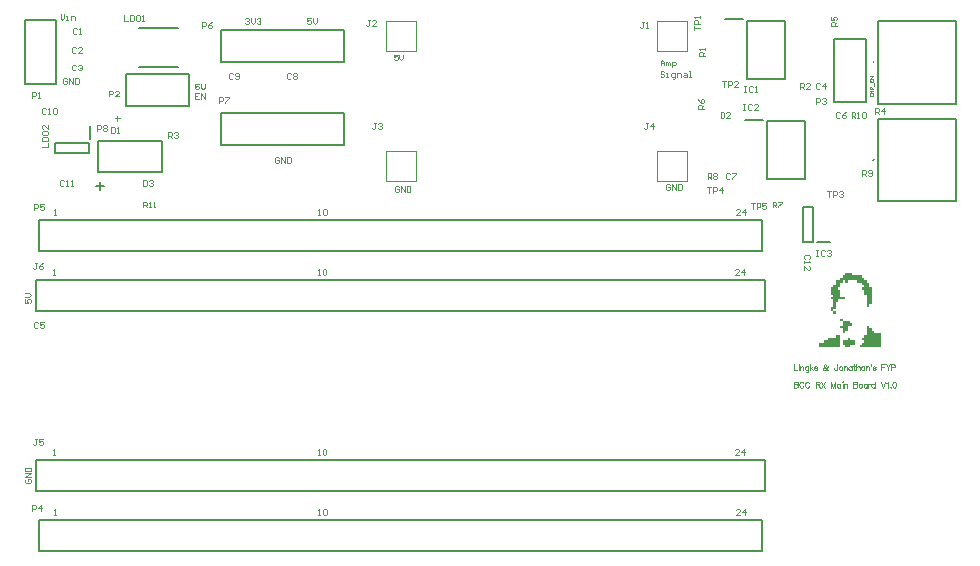
<source format=gto>
G04*
G04 #@! TF.GenerationSoftware,Altium Limited,Altium Designer,20.1.12 (249)*
G04*
G04 Layer_Color=65535*
%FSLAX44Y44*%
%MOMM*%
G71*
G04*
G04 #@! TF.SameCoordinates,5963EE20-531D-4955-9439-85CF453D8019*
G04*
G04*
G04 #@! TF.FilePolarity,Positive*
G04*
G01*
G75*
%ADD10C,0.2000*%
%ADD11C,0.1000*%
%ADD12C,0.1524*%
%ADD13C,0.1270*%
%ADD14C,0.0500*%
G36*
X703448Y236992D02*
X711576D01*
Y234960D01*
X713608D01*
Y232928D01*
X715640D01*
Y230896D01*
X717672D01*
Y228864D01*
Y226832D01*
X719704D01*
Y224800D01*
Y222768D01*
Y220736D01*
Y218704D01*
Y216672D01*
Y214640D01*
Y212608D01*
X717672D01*
Y210576D01*
X715640D01*
Y212608D01*
Y214640D01*
Y216672D01*
Y218704D01*
Y220736D01*
X713608D01*
Y222768D01*
Y224800D01*
X711576D01*
Y226832D01*
X713608D01*
Y228864D01*
X711576D01*
Y230896D01*
X707512D01*
Y232928D01*
X699384D01*
Y230896D01*
X697352D01*
Y232928D01*
X695320D01*
Y230896D01*
X693288D01*
Y228864D01*
Y226832D01*
X691256D01*
Y224800D01*
X693288D01*
Y222768D01*
Y220736D01*
Y218704D01*
X697352D01*
Y216672D01*
X691256D01*
Y214640D01*
X689224D01*
Y212608D01*
Y210576D01*
Y208544D01*
X687192D01*
Y206512D01*
X689224D01*
Y204480D01*
X687192D01*
Y206512D01*
X685160D01*
Y208544D01*
Y210576D01*
X687192D01*
Y212608D01*
Y214640D01*
Y216672D01*
X685160D01*
Y218704D01*
X687192D01*
Y220736D01*
X685160D01*
Y222768D01*
Y224800D01*
Y226832D01*
X687192D01*
Y228864D01*
X689224D01*
Y230896D01*
Y232928D01*
X693288D01*
Y234960D01*
X695320D01*
Y236992D01*
X697352D01*
Y239024D01*
X703448D01*
Y236992D01*
D02*
G37*
G36*
X695320Y198384D02*
X701416D01*
Y196352D01*
X703448D01*
Y194320D01*
X699384D01*
Y192288D01*
Y190256D01*
X697352D01*
Y188224D01*
X695320D01*
Y190256D01*
Y192288D01*
X693288D01*
Y194320D01*
X695320D01*
Y196352D01*
Y198384D01*
X693288D01*
Y200416D01*
X695320D01*
Y198384D01*
D02*
G37*
G36*
X717672Y192288D02*
X719704D01*
Y190256D01*
X721736D01*
Y188224D01*
X727832D01*
Y186192D01*
Y184160D01*
Y182128D01*
Y180096D01*
Y178064D01*
Y176032D01*
X709544D01*
Y178064D01*
X711576D01*
Y180096D01*
X713608D01*
Y182128D01*
X711576D01*
Y184160D01*
X713608D01*
Y186192D01*
X715640D01*
Y188224D01*
Y190256D01*
Y192288D01*
Y194320D01*
X717672D01*
Y192288D01*
D02*
G37*
G36*
X701416Y182128D02*
X705480D01*
Y180096D01*
Y178064D01*
X701416D01*
Y176032D01*
X697352D01*
Y178064D01*
X695320D01*
Y180096D01*
Y182128D01*
X699384D01*
Y184160D01*
X701416D01*
Y182128D01*
D02*
G37*
G36*
X693288Y184160D02*
Y182128D01*
Y180096D01*
Y178064D01*
Y176032D01*
X675000D01*
Y178064D01*
Y180096D01*
X679064D01*
Y182128D01*
X683128D01*
Y184160D01*
X689224D01*
Y186192D01*
X693288D01*
Y184160D01*
D02*
G37*
D10*
X721602Y417620D02*
G03*
X721602Y417620I-570J0D01*
G01*
Y335020D02*
G03*
X721602Y335020I-570J0D01*
G01*
X661750Y265500D02*
X670250D01*
X661750D02*
Y294500D01*
X670250D01*
Y265500D02*
Y294500D01*
X673750Y265000D02*
X684250D01*
X57500Y340750D02*
Y349250D01*
X28500Y340750D02*
X57500D01*
X28500D02*
Y349250D01*
X57500D01*
X58000Y352750D02*
Y363250D01*
X118842Y324250D02*
Y351150D01*
X65043D02*
X118842D01*
X65043Y324250D02*
Y351150D01*
Y324250D02*
X118842D01*
X12450Y54100D02*
Y81100D01*
Y54100D02*
X629550D01*
Y81100D01*
X12450D02*
X629550D01*
X627300Y3350D02*
Y30250D01*
X14700D02*
X627300D01*
X14700Y3350D02*
Y30250D01*
Y3350D02*
X627300D01*
Y257350D02*
Y284250D01*
X14700D02*
X627300D01*
X14700Y257350D02*
Y284250D01*
Y257350D02*
X627300D01*
X12450Y206500D02*
Y233500D01*
Y206500D02*
X629550D01*
Y233500D01*
X12450D02*
X629550D01*
X614035Y452510D02*
X646035D01*
Y403490D02*
Y452510D01*
X614035Y403490D02*
X646035D01*
X614035D02*
Y452510D01*
X595285Y453800D02*
X610535D01*
X725253Y382300D02*
Y452200D01*
Y382300D02*
X791253D01*
Y452200D01*
X725253D02*
X791253D01*
X725253Y369600D02*
X791253D01*
Y299700D02*
Y369600D01*
X725253Y299700D02*
X791253D01*
X725253D02*
Y369600D01*
X168700Y417550D02*
Y444450D01*
Y417550D02*
X273300D01*
Y444450D01*
X168700D02*
X273300D01*
X88100Y380782D02*
Y407682D01*
Y380782D02*
X141900D01*
Y407682D01*
X88100D02*
X141900D01*
X2550Y452900D02*
X29450D01*
X2550Y399100D02*
Y452900D01*
Y399100D02*
X29450D01*
Y452900D01*
X687770Y437350D02*
X714670D01*
X687770Y383550D02*
Y437350D01*
Y383550D02*
X714670D01*
Y437350D01*
X631335Y367510D02*
X663335D01*
Y318490D02*
Y367510D01*
X631335Y318490D02*
X663335D01*
X631335D02*
Y367510D01*
X612585Y368800D02*
X627835D01*
X168700Y347550D02*
Y374450D01*
Y347550D02*
X273300D01*
Y374450D01*
X168700D02*
X273300D01*
D11*
X538300Y452700D02*
X563700D01*
Y427300D02*
Y452700D01*
X538300Y427300D02*
X563700D01*
X538300D02*
Y452700D01*
X308300D02*
X333700D01*
Y427300D02*
Y452700D01*
X308300Y427300D02*
X333700D01*
X308300D02*
Y452700D01*
Y342700D02*
X333700D01*
Y317300D02*
Y342700D01*
X308300Y317300D02*
X333700D01*
X308300D02*
Y342700D01*
X538300D02*
X563700D01*
Y317300D02*
Y342700D01*
X538300Y317300D02*
X563700D01*
X538300D02*
Y342700D01*
X150332Y399396D02*
X147000D01*
Y396897D01*
X148666Y397730D01*
X149499D01*
X150332Y396897D01*
Y395231D01*
X149499Y394398D01*
X147833D01*
X147000Y395231D01*
X151998Y399396D02*
Y396064D01*
X153665Y394398D01*
X155331Y396064D01*
Y399396D01*
X150332Y390998D02*
X147000D01*
Y386000D01*
X150332D01*
X147000Y388499D02*
X148666D01*
X151998Y386000D02*
Y390998D01*
X155331Y386000D01*
Y390998D01*
X541000Y414730D02*
Y418063D01*
X542666Y419729D01*
X544332Y418063D01*
Y414730D01*
Y417229D01*
X541000D01*
X545998Y414730D02*
Y418063D01*
X546831D01*
X547664Y417229D01*
Y414730D01*
Y417229D01*
X548498Y418063D01*
X549331Y417229D01*
Y414730D01*
X550997Y413064D02*
Y418063D01*
X553496D01*
X554329Y417229D01*
Y415563D01*
X553496Y414730D01*
X550997D01*
X544332Y408831D02*
X543499Y409664D01*
X541833D01*
X541000Y408831D01*
Y407998D01*
X541833Y407165D01*
X543499D01*
X544332Y406332D01*
Y405499D01*
X543499Y404666D01*
X541833D01*
X541000Y405499D01*
X545998Y404666D02*
X547664D01*
X546831D01*
Y407998D01*
X545998D01*
X551830Y403000D02*
X552663D01*
X553496Y403833D01*
Y407998D01*
X550997D01*
X550164Y407165D01*
Y405499D01*
X550997Y404666D01*
X553496D01*
X555162D02*
Y407998D01*
X557661D01*
X558494Y407165D01*
Y404666D01*
X560993Y407998D02*
X562660D01*
X563493Y407165D01*
Y404666D01*
X560993D01*
X560160Y405499D01*
X560993Y406332D01*
X563493D01*
X565159Y404666D02*
X566825D01*
X565992D01*
Y409664D01*
X565159D01*
X189000Y454165D02*
X189833Y454998D01*
X191499D01*
X192332Y454165D01*
Y453332D01*
X191499Y452499D01*
X190666D01*
X191499D01*
X192332Y451666D01*
Y450833D01*
X191499Y450000D01*
X189833D01*
X189000Y450833D01*
X193998Y454998D02*
Y451666D01*
X195665Y450000D01*
X197331Y451666D01*
Y454998D01*
X198997Y454165D02*
X199830Y454998D01*
X201496D01*
X202329Y454165D01*
Y453332D01*
X201496Y452499D01*
X200663D01*
X201496D01*
X202329Y451666D01*
Y450833D01*
X201496Y450000D01*
X199830D01*
X198997Y450833D01*
X654000Y146999D02*
Y142000D01*
Y146999D02*
X656142D01*
X656857Y146761D01*
X657094Y146523D01*
X657333Y146047D01*
Y145571D01*
X657094Y145095D01*
X656857Y144857D01*
X656142Y144619D01*
X654000D02*
X656142D01*
X656857Y144380D01*
X657094Y144142D01*
X657333Y143666D01*
Y142952D01*
X657094Y142476D01*
X656857Y142238D01*
X656142Y142000D01*
X654000D01*
X662022Y145809D02*
X661784Y146285D01*
X661308Y146761D01*
X660832Y146999D01*
X659880D01*
X659404Y146761D01*
X658928Y146285D01*
X658689Y145809D01*
X658451Y145095D01*
Y143904D01*
X658689Y143190D01*
X658928Y142714D01*
X659404Y142238D01*
X659880Y142000D01*
X660832D01*
X661308Y142238D01*
X661784Y142714D01*
X662022Y143190D01*
X666997Y145809D02*
X666759Y146285D01*
X666283Y146761D01*
X665807Y146999D01*
X664855D01*
X664379Y146761D01*
X663903Y146285D01*
X663665Y145809D01*
X663427Y145095D01*
Y143904D01*
X663665Y143190D01*
X663903Y142714D01*
X664379Y142238D01*
X664855Y142000D01*
X665807D01*
X666283Y142238D01*
X666759Y142714D01*
X666997Y143190D01*
X672329Y146999D02*
Y142000D01*
Y146999D02*
X674472D01*
X675186Y146761D01*
X675424Y146523D01*
X675662Y146047D01*
Y145571D01*
X675424Y145095D01*
X675186Y144857D01*
X674472Y144619D01*
X672329D01*
X673996D02*
X675662Y142000D01*
X676781Y146999D02*
X680113Y142000D01*
Y146999D02*
X676781Y142000D01*
X685160Y146999D02*
Y142000D01*
Y146999D02*
X687064Y142000D01*
X688969Y146999D02*
X687064Y142000D01*
X688969Y146999D02*
Y142000D01*
X693253Y145333D02*
Y142000D01*
Y144619D02*
X692777Y145095D01*
X692301Y145333D01*
X691587D01*
X691111Y145095D01*
X690635Y144619D01*
X690397Y143904D01*
Y143428D01*
X690635Y142714D01*
X691111Y142238D01*
X691587Y142000D01*
X692301D01*
X692777Y142238D01*
X693253Y142714D01*
X695063Y146999D02*
X695301Y146761D01*
X695539Y146999D01*
X695301Y147237D01*
X695063Y146999D01*
X695301Y145333D02*
Y142000D01*
X696420Y145333D02*
Y142000D01*
Y144380D02*
X697134Y145095D01*
X697610Y145333D01*
X698324D01*
X698800Y145095D01*
X699038Y144380D01*
Y142000D01*
X704275Y146999D02*
Y142000D01*
Y146999D02*
X706417D01*
X707132Y146761D01*
X707370Y146523D01*
X707607Y146047D01*
Y145571D01*
X707370Y145095D01*
X707132Y144857D01*
X706417Y144619D01*
X704275D02*
X706417D01*
X707132Y144380D01*
X707370Y144142D01*
X707607Y143666D01*
Y142952D01*
X707370Y142476D01*
X707132Y142238D01*
X706417Y142000D01*
X704275D01*
X709917Y145333D02*
X709441Y145095D01*
X708964Y144619D01*
X708726Y143904D01*
Y143428D01*
X708964Y142714D01*
X709441Y142238D01*
X709917Y142000D01*
X710631D01*
X711107Y142238D01*
X711583Y142714D01*
X711821Y143428D01*
Y143904D01*
X711583Y144619D01*
X711107Y145095D01*
X710631Y145333D01*
X709917D01*
X715772D02*
Y142000D01*
Y144619D02*
X715296Y145095D01*
X714820Y145333D01*
X714106D01*
X713630Y145095D01*
X713154Y144619D01*
X712916Y143904D01*
Y143428D01*
X713154Y142714D01*
X713630Y142238D01*
X714106Y142000D01*
X714820D01*
X715296Y142238D01*
X715772Y142714D01*
X717105Y145333D02*
Y142000D01*
Y143904D02*
X717344Y144619D01*
X717820Y145095D01*
X718296Y145333D01*
X719010D01*
X722319Y146999D02*
Y142000D01*
Y144619D02*
X721843Y145095D01*
X721367Y145333D01*
X720652D01*
X720176Y145095D01*
X719700Y144619D01*
X719462Y143904D01*
Y143428D01*
X719700Y142714D01*
X720176Y142238D01*
X720652Y142000D01*
X721367D01*
X721843Y142238D01*
X722319Y142714D01*
X727579Y146999D02*
X729484Y142000D01*
X731388Y146999D02*
X729484Y142000D01*
X732031Y146047D02*
X732507Y146285D01*
X733221Y146999D01*
Y142000D01*
X735935Y142476D02*
X735697Y142238D01*
X735935Y142000D01*
X736173Y142238D01*
X735935Y142476D01*
X738696Y146999D02*
X737982Y146761D01*
X737506Y146047D01*
X737268Y144857D01*
Y144142D01*
X737506Y142952D01*
X737982Y142238D01*
X738696Y142000D01*
X739172D01*
X739886Y142238D01*
X740362Y142952D01*
X740600Y144142D01*
Y144857D01*
X740362Y146047D01*
X739886Y146761D01*
X739172Y146999D01*
X738696D01*
X654000Y161665D02*
Y156666D01*
X656857D01*
X657880Y161665D02*
X658118Y161427D01*
X658356Y161665D01*
X658118Y161903D01*
X657880Y161665D01*
X658118Y159999D02*
Y156666D01*
X659237Y159999D02*
Y156666D01*
Y159047D02*
X659951Y159761D01*
X660427Y159999D01*
X661141D01*
X661617Y159761D01*
X661855Y159047D01*
Y156666D01*
X666021Y159999D02*
Y156190D01*
X665783Y155476D01*
X665545Y155238D01*
X665069Y155000D01*
X664355D01*
X663879Y155238D01*
X666021Y159285D02*
X665545Y159761D01*
X665069Y159999D01*
X664355D01*
X663879Y159761D01*
X663403Y159285D01*
X663165Y158571D01*
Y158095D01*
X663403Y157380D01*
X663879Y156904D01*
X664355Y156666D01*
X665069D01*
X665545Y156904D01*
X666021Y157380D01*
X667354Y161665D02*
Y156666D01*
X669735Y159999D02*
X667354Y157619D01*
X668306Y158571D02*
X669973Y156666D01*
X670758Y158571D02*
X673615D01*
Y159047D01*
X673377Y159523D01*
X673139Y159761D01*
X672663Y159999D01*
X671948D01*
X671472Y159761D01*
X670996Y159285D01*
X670758Y158571D01*
Y158095D01*
X670996Y157380D01*
X671472Y156904D01*
X671948Y156666D01*
X672663D01*
X673139Y156904D01*
X673615Y157380D01*
X682898Y159761D02*
X682661Y159523D01*
X682898Y159285D01*
X683137Y159523D01*
Y159761D01*
X682898Y159999D01*
X682661D01*
X682422Y159761D01*
X682184Y159285D01*
X681708Y158095D01*
X681232Y157380D01*
X680756Y156904D01*
X680280Y156666D01*
X679566D01*
X678852Y156904D01*
X678614Y157380D01*
Y158095D01*
X678852Y158571D01*
X680280Y159523D01*
X680756Y159999D01*
X680994Y160475D01*
Y160951D01*
X680756Y161427D01*
X680280Y161665D01*
X679804Y161427D01*
X679566Y160951D01*
Y160475D01*
X679804Y159761D01*
X680280Y159047D01*
X681470Y157380D01*
X681946Y156904D01*
X682661Y156666D01*
X682898D01*
X683137Y156904D01*
Y157142D01*
X679566Y156666D02*
X679090Y156904D01*
X678852Y157380D01*
Y158095D01*
X679090Y158571D01*
X679566Y159047D01*
Y160475D02*
X679804Y159999D01*
X681708Y157380D01*
X682184Y156904D01*
X682661Y156666D01*
X690683Y161665D02*
Y157857D01*
X690444Y157142D01*
X690207Y156904D01*
X689730Y156666D01*
X689254D01*
X688778Y156904D01*
X688540Y157142D01*
X688302Y157857D01*
Y158333D01*
X693158Y159999D02*
X692682Y159761D01*
X692206Y159285D01*
X691968Y158571D01*
Y158095D01*
X692206Y157380D01*
X692682Y156904D01*
X693158Y156666D01*
X693872D01*
X694349Y156904D01*
X694825Y157380D01*
X695063Y158095D01*
Y158571D01*
X694825Y159285D01*
X694349Y159761D01*
X693872Y159999D01*
X693158D01*
X696158D02*
Y156666D01*
Y159047D02*
X696872Y159761D01*
X697348Y159999D01*
X698062D01*
X698538Y159761D01*
X698776Y159047D01*
Y156666D01*
X702942Y159999D02*
Y156666D01*
Y159285D02*
X702466Y159761D01*
X701990Y159999D01*
X701276D01*
X700799Y159761D01*
X700323Y159285D01*
X700085Y158571D01*
Y158095D01*
X700323Y157380D01*
X700799Y156904D01*
X701276Y156666D01*
X701990D01*
X702466Y156904D01*
X702942Y157380D01*
X704989Y161665D02*
Y157619D01*
X705227Y156904D01*
X705703Y156666D01*
X706179D01*
X704275Y159999D02*
X705941D01*
X706893Y161665D02*
Y156666D01*
Y159047D02*
X707607Y159761D01*
X708084Y159999D01*
X708798D01*
X709274Y159761D01*
X709512Y159047D01*
Y156666D01*
X713678Y159999D02*
Y156666D01*
Y159285D02*
X713202Y159761D01*
X712726Y159999D01*
X712011D01*
X711535Y159761D01*
X711059Y159285D01*
X710821Y158571D01*
Y158095D01*
X711059Y157380D01*
X711535Y156904D01*
X712011Y156666D01*
X712726D01*
X713202Y156904D01*
X713678Y157380D01*
X715011Y159999D02*
Y156666D01*
Y159047D02*
X715725Y159761D01*
X716201Y159999D01*
X716915D01*
X717391Y159761D01*
X717629Y159047D01*
Y156666D01*
X719176Y161189D02*
X718938Y161427D01*
X719176Y161665D01*
X719415Y161427D01*
Y160951D01*
X719176Y160475D01*
X718938Y160237D01*
X723128Y159285D02*
X722890Y159761D01*
X722176Y159999D01*
X721462D01*
X720748Y159761D01*
X720509Y159285D01*
X720748Y158809D01*
X721224Y158571D01*
X722414Y158333D01*
X722890Y158095D01*
X723128Y157619D01*
Y157380D01*
X722890Y156904D01*
X722176Y156666D01*
X721462D01*
X720748Y156904D01*
X720509Y157380D01*
X728103Y161665D02*
Y156666D01*
Y161665D02*
X731198D01*
X728103Y159285D02*
X730007D01*
X731769Y161665D02*
X733673Y159285D01*
Y156666D01*
X735578Y161665D02*
X733673Y159285D01*
X736220Y159047D02*
X738363D01*
X739077Y159285D01*
X739315Y159523D01*
X739553Y159999D01*
Y160713D01*
X739315Y161189D01*
X739077Y161427D01*
X738363Y161665D01*
X736220D01*
Y156666D01*
X3002Y217332D02*
Y214000D01*
X5501D01*
X4668Y215666D01*
Y216499D01*
X5501Y217332D01*
X7167D01*
X8000Y216499D01*
Y214833D01*
X7167Y214000D01*
X3002Y218998D02*
X6334D01*
X8000Y220665D01*
X6334Y222331D01*
X3002D01*
X3835Y64332D02*
X3002Y63499D01*
Y61833D01*
X3835Y61000D01*
X7167D01*
X8000Y61833D01*
Y63499D01*
X7167Y64332D01*
X5501D01*
Y62666D01*
X8000Y65998D02*
X3002D01*
X8000Y69331D01*
X3002D01*
Y70997D02*
X8000D01*
Y73496D01*
X7167Y74329D01*
X3835D01*
X3002Y73496D01*
Y70997D01*
X318332Y423998D02*
X315000D01*
Y421499D01*
X316666Y422332D01*
X317499D01*
X318332Y421499D01*
Y419833D01*
X317499Y419000D01*
X315833D01*
X315000Y419833D01*
X319998Y423998D02*
Y420666D01*
X321665Y419000D01*
X323331Y420666D01*
Y423998D01*
X319332Y312165D02*
X318499Y312998D01*
X316833D01*
X316000Y312165D01*
Y308833D01*
X316833Y308000D01*
X318499D01*
X319332Y308833D01*
Y310499D01*
X317666D01*
X320998Y308000D02*
Y312998D01*
X324331Y308000D01*
Y312998D01*
X325997D02*
Y308000D01*
X328496D01*
X329329Y308833D01*
Y312165D01*
X328496Y312998D01*
X325997D01*
X549332Y313165D02*
X548499Y313998D01*
X546833D01*
X546000Y313165D01*
Y309833D01*
X546833Y309000D01*
X548499D01*
X549332Y309833D01*
Y311499D01*
X547666D01*
X550998Y309000D02*
Y313998D01*
X554331Y309000D01*
Y313998D01*
X555997D02*
Y309000D01*
X558496D01*
X559329Y309833D01*
Y313165D01*
X558496Y313998D01*
X555997D01*
X245332Y454998D02*
X242000D01*
Y452499D01*
X243666Y453332D01*
X244499D01*
X245332Y452499D01*
Y450833D01*
X244499Y450000D01*
X242833D01*
X242000Y450833D01*
X246998Y454998D02*
Y451666D01*
X248664Y450000D01*
X250331Y451666D01*
Y454998D01*
X218332Y336165D02*
X217499Y336998D01*
X215833D01*
X215000Y336165D01*
Y332833D01*
X215833Y332000D01*
X217499D01*
X218332Y332833D01*
Y334499D01*
X216666D01*
X219998Y332000D02*
Y336998D01*
X223331Y332000D01*
Y336998D01*
X224997D02*
Y332000D01*
X227496D01*
X228329Y332833D01*
Y336165D01*
X227496Y336998D01*
X224997D01*
X33000Y457998D02*
Y454666D01*
X34666Y453000D01*
X36332Y454666D01*
Y457998D01*
X37998Y453000D02*
X39664D01*
X38831D01*
Y456332D01*
X37998D01*
X42164Y453000D02*
Y456332D01*
X44663D01*
X45496Y455499D01*
Y453000D01*
X38332Y403165D02*
X37499Y403998D01*
X35833D01*
X35000Y403165D01*
Y399833D01*
X35833Y399000D01*
X37499D01*
X38332Y399833D01*
Y401499D01*
X36666D01*
X39998Y399000D02*
Y403998D01*
X43331Y399000D01*
Y403998D01*
X44997D02*
Y399000D01*
X47496D01*
X48329Y399833D01*
Y403165D01*
X47496Y403998D01*
X44997D01*
X250700Y84600D02*
X252366D01*
X251533D01*
Y89598D01*
X250700Y88765D01*
X254865D02*
X255698Y89598D01*
X257365D01*
X258198Y88765D01*
Y85433D01*
X257365Y84600D01*
X255698D01*
X254865Y85433D01*
Y88765D01*
X27000Y84600D02*
X28666D01*
X27833D01*
Y89598D01*
X27000Y88765D01*
X607732Y84600D02*
X604400D01*
X607732Y87932D01*
Y88765D01*
X606899Y89598D01*
X605233D01*
X604400Y88765D01*
X611898Y84600D02*
Y89598D01*
X609398Y87099D01*
X612731D01*
X608232Y33800D02*
X604900D01*
X608232Y37132D01*
Y37965D01*
X607399Y38798D01*
X605733D01*
X604900Y37965D01*
X612397Y33800D02*
Y38798D01*
X609898Y36299D01*
X613231D01*
X251200Y33800D02*
X252866D01*
X252033D01*
Y38798D01*
X251200Y37965D01*
X255365D02*
X256198Y38798D01*
X257864D01*
X258698Y37965D01*
Y34633D01*
X257864Y33800D01*
X256198D01*
X255365Y34633D01*
Y37965D01*
X27700Y33800D02*
X29366D01*
X28533D01*
Y38798D01*
X27700Y37965D01*
X608232Y287800D02*
X604900D01*
X608232Y291132D01*
Y291965D01*
X607399Y292798D01*
X605733D01*
X604900Y291965D01*
X612397Y287800D02*
Y292798D01*
X609898Y290299D01*
X613231D01*
X251200Y287800D02*
X252866D01*
X252033D01*
Y292798D01*
X251200Y291965D01*
X255365D02*
X256198Y292798D01*
X257864D01*
X258698Y291965D01*
Y288633D01*
X257864Y287800D01*
X256198D01*
X255365Y288633D01*
Y291965D01*
X27700Y287800D02*
X29366D01*
X28533D01*
Y292798D01*
X27700Y291965D01*
X250700Y237000D02*
X252366D01*
X251533D01*
Y241998D01*
X250700Y241165D01*
X254865D02*
X255698Y241998D01*
X257365D01*
X258198Y241165D01*
Y237833D01*
X257365Y237000D01*
X255698D01*
X254865Y237833D01*
Y241165D01*
X27000Y237000D02*
X28666D01*
X27833D01*
Y241998D01*
X27000Y241165D01*
X607732Y237000D02*
X604400D01*
X607732Y240332D01*
Y241165D01*
X606899Y241998D01*
X605233D01*
X604400Y241165D01*
X611898Y237000D02*
Y241998D01*
X609398Y239499D01*
X612731D01*
X83285Y370097D02*
X79000D01*
X81142Y372239D02*
Y367954D01*
X672752Y258499D02*
X674418D01*
X673585D01*
Y253501D01*
X672752D01*
X674418D01*
X680250Y257666D02*
X679417Y258499D01*
X677750D01*
X676917Y257666D01*
Y254334D01*
X677750Y253501D01*
X679417D01*
X680250Y254334D01*
X681916Y257666D02*
X682749Y258499D01*
X684415D01*
X685248Y257666D01*
Y256833D01*
X684415Y256000D01*
X683582D01*
X684415D01*
X685248Y255167D01*
Y254334D01*
X684415Y253501D01*
X682749D01*
X681916Y254334D01*
X666666Y250916D02*
X667499Y251749D01*
Y253415D01*
X666666Y254248D01*
X663334D01*
X662501Y253415D01*
Y251749D01*
X663334Y250916D01*
X662501Y249250D02*
Y247584D01*
Y248417D01*
X667499D01*
X666666Y249250D01*
X662501Y241752D02*
Y245084D01*
X665833Y241752D01*
X666666D01*
X667499Y242585D01*
Y244251D01*
X666666Y245084D01*
X102585Y294501D02*
Y299499D01*
X105084D01*
X105917Y298666D01*
Y297000D01*
X105084Y296167D01*
X102585D01*
X104251D02*
X105917Y294501D01*
X107584D02*
X109250D01*
X108417D01*
Y299499D01*
X107584Y298666D01*
X111749Y294501D02*
X113415D01*
X112582D01*
Y299499D01*
X111749Y298666D01*
X17501Y345836D02*
X22499D01*
Y349169D01*
X17501Y350835D02*
X22499D01*
Y353334D01*
X21666Y354167D01*
X18334D01*
X17501Y353334D01*
Y350835D01*
Y358332D02*
Y356666D01*
X18334Y355833D01*
X21666D01*
X22499Y356666D01*
Y358332D01*
X21666Y359165D01*
X18334D01*
X17501Y358332D01*
X22499Y364164D02*
Y360831D01*
X19167Y364164D01*
X18334D01*
X17501Y363331D01*
Y361665D01*
X18334Y360831D01*
X63745Y359362D02*
Y364360D01*
X66244D01*
X67077Y363527D01*
Y361861D01*
X66244Y361028D01*
X63745D01*
X68743Y363527D02*
X69576Y364360D01*
X71242D01*
X72075Y363527D01*
Y362694D01*
X71242Y361861D01*
X72075Y361028D01*
Y360195D01*
X71242Y359362D01*
X69576D01*
X68743Y360195D01*
Y361028D01*
X69576Y361861D01*
X68743Y362694D01*
Y363527D01*
X69576Y361861D02*
X71242D01*
X102835Y317499D02*
Y312501D01*
X105334D01*
X106167Y313334D01*
Y316666D01*
X105334Y317499D01*
X102835D01*
X107833Y316666D02*
X108666Y317499D01*
X110332D01*
X111165Y316666D01*
Y315833D01*
X110332Y315000D01*
X109499D01*
X110332D01*
X111165Y314167D01*
Y313334D01*
X110332Y312501D01*
X108666D01*
X107833Y313334D01*
X35917Y316666D02*
X35084Y317499D01*
X33418D01*
X32585Y316666D01*
Y313334D01*
X33418Y312501D01*
X35084D01*
X35917Y313334D01*
X37583Y312501D02*
X39250D01*
X38417D01*
Y317499D01*
X37583Y316666D01*
X41749Y312501D02*
X43415D01*
X42582D01*
Y317499D01*
X41749Y316666D01*
X21084Y377666D02*
X20251Y378499D01*
X18585D01*
X17752Y377666D01*
Y374334D01*
X18585Y373501D01*
X20251D01*
X21084Y374334D01*
X22750Y373501D02*
X24416D01*
X23584D01*
Y378499D01*
X22750Y377666D01*
X26916D02*
X27749Y378499D01*
X29415D01*
X30248Y377666D01*
Y374334D01*
X29415Y373501D01*
X27749D01*
X26916Y374334D01*
Y377666D01*
X617336Y298499D02*
X620668D01*
X619002D01*
Y293501D01*
X622334D02*
Y298499D01*
X624833D01*
X625666Y297666D01*
Y296000D01*
X624833Y295167D01*
X622334D01*
X630664Y298499D02*
X627332D01*
Y296000D01*
X628998Y296833D01*
X629831D01*
X630664Y296000D01*
Y294334D01*
X629831Y293501D01*
X628165D01*
X627332Y294334D01*
X580336Y311499D02*
X583668D01*
X582002D01*
Y306501D01*
X585334D02*
Y311499D01*
X587833D01*
X588666Y310666D01*
Y309000D01*
X587833Y308167D01*
X585334D01*
X592831Y306501D02*
Y311499D01*
X590332Y309000D01*
X593665D01*
X682336Y308499D02*
X685668D01*
X684002D01*
Y303501D01*
X687334D02*
Y308499D01*
X689833D01*
X690666Y307666D01*
Y306000D01*
X689833Y305167D01*
X687334D01*
X692332Y307666D02*
X693165Y308499D01*
X694831D01*
X695665Y307666D01*
Y306833D01*
X694831Y306000D01*
X693998D01*
X694831D01*
X695665Y305167D01*
Y304334D01*
X694831Y303501D01*
X693165D01*
X692332Y304334D01*
X593335Y401499D02*
X596668D01*
X595002D01*
Y396501D01*
X598334D02*
Y401499D01*
X600833D01*
X601666Y400666D01*
Y399000D01*
X600833Y398167D01*
X598334D01*
X606665Y396501D02*
X603332D01*
X606665Y399833D01*
Y400666D01*
X605831Y401499D01*
X604165D01*
X603332Y400666D01*
X569501Y445169D02*
Y448501D01*
Y446835D01*
X574499D01*
Y450167D02*
X569501D01*
Y452666D01*
X570334Y453499D01*
X572000D01*
X572833Y452666D01*
Y450167D01*
X574499Y455165D02*
Y456831D01*
Y455998D01*
X569501D01*
X570334Y455165D01*
X702752Y370501D02*
Y375499D01*
X705251D01*
X706084Y374666D01*
Y373000D01*
X705251Y372167D01*
X702752D01*
X704418D02*
X706084Y370501D01*
X707750D02*
X709417D01*
X708584D01*
Y375499D01*
X707750Y374666D01*
X711916D02*
X712749Y375499D01*
X714415D01*
X715248Y374666D01*
Y371334D01*
X714415Y370501D01*
X712749D01*
X711916Y371334D01*
Y374666D01*
X711835Y321501D02*
Y326499D01*
X714334D01*
X715167Y325666D01*
Y324000D01*
X714334Y323167D01*
X711835D01*
X713501D02*
X715167Y321501D01*
X716833Y322334D02*
X717666Y321501D01*
X719332D01*
X720165Y322334D01*
Y325666D01*
X719332Y326499D01*
X717666D01*
X716833Y325666D01*
Y324833D01*
X717666Y324000D01*
X720165D01*
X580835Y318501D02*
Y323499D01*
X583334D01*
X584167Y322666D01*
Y321000D01*
X583334Y320167D01*
X580835D01*
X582501D02*
X584167Y318501D01*
X585833Y322666D02*
X586666Y323499D01*
X588332D01*
X589165Y322666D01*
Y321833D01*
X588332Y321000D01*
X589165Y320167D01*
Y319334D01*
X588332Y318501D01*
X586666D01*
X585833Y319334D01*
Y320167D01*
X586666Y321000D01*
X585833Y321833D01*
Y322666D01*
X586666Y321000D02*
X588332D01*
X635835Y294501D02*
Y299499D01*
X638334D01*
X639167Y298666D01*
Y297000D01*
X638334Y296167D01*
X635835D01*
X637501D02*
X639167Y294501D01*
X640833Y299499D02*
X644165D01*
Y298666D01*
X640833Y295334D01*
Y294501D01*
X577499Y377835D02*
X572501D01*
Y380334D01*
X573334Y381167D01*
X575000D01*
X575833Y380334D01*
Y377835D01*
Y379501D02*
X577499Y381167D01*
X572501Y386165D02*
X573334Y384499D01*
X575000Y382833D01*
X576666D01*
X577499Y383666D01*
Y385332D01*
X576666Y386165D01*
X575833D01*
X575000Y385332D01*
Y382833D01*
X690499Y447835D02*
X685501D01*
Y450334D01*
X686334Y451167D01*
X688000D01*
X688833Y450334D01*
Y447835D01*
Y449501D02*
X690499Y451167D01*
X685501Y456165D02*
Y452833D01*
X688000D01*
X687167Y454499D01*
Y455332D01*
X688000Y456165D01*
X689666D01*
X690499Y455332D01*
Y453666D01*
X689666Y452833D01*
X722835Y373501D02*
Y378499D01*
X725334D01*
X726167Y377666D01*
Y376000D01*
X725334Y375167D01*
X722835D01*
X724501D02*
X726167Y373501D01*
X730332D02*
Y378499D01*
X727833Y376000D01*
X731165D01*
X123835Y353501D02*
Y358499D01*
X126334D01*
X127167Y357666D01*
Y356000D01*
X126334Y355167D01*
X123835D01*
X125501D02*
X127167Y353501D01*
X128833Y357666D02*
X129666Y358499D01*
X131332D01*
X132165Y357666D01*
Y356833D01*
X131332Y356000D01*
X130499D01*
X131332D01*
X132165Y355167D01*
Y354334D01*
X131332Y353501D01*
X129666D01*
X128833Y354334D01*
X658835Y394501D02*
Y399499D01*
X661334D01*
X662167Y398666D01*
Y397000D01*
X661334Y396167D01*
X658835D01*
X660501D02*
X662167Y394501D01*
X667165D02*
X663833D01*
X667165Y397833D01*
Y398666D01*
X666332Y399499D01*
X664666D01*
X663833Y398666D01*
X578499Y422668D02*
X573501D01*
Y425167D01*
X574334Y426000D01*
X576000D01*
X576833Y425167D01*
Y422668D01*
Y424334D02*
X578499Y426000D01*
Y427666D02*
Y429332D01*
Y428499D01*
X573501D01*
X574334Y427666D01*
X167524Y382712D02*
Y387710D01*
X170023D01*
X170856Y386877D01*
Y385211D01*
X170023Y384378D01*
X167524D01*
X172522Y387710D02*
X175855D01*
Y386877D01*
X172522Y383545D01*
Y382712D01*
X152835Y446501D02*
Y451499D01*
X155334D01*
X156167Y450666D01*
Y449000D01*
X155334Y448167D01*
X152835D01*
X161165Y451499D02*
X159499Y450666D01*
X157833Y449000D01*
Y447334D01*
X158666Y446501D01*
X160332D01*
X161165Y447334D01*
Y448167D01*
X160332Y449000D01*
X157833D01*
X10835Y292501D02*
Y297499D01*
X13334D01*
X14167Y296666D01*
Y295000D01*
X13334Y294167D01*
X10835D01*
X19165Y297499D02*
X15833D01*
Y295000D01*
X17499Y295833D01*
X18332D01*
X19165Y295000D01*
Y293334D01*
X18332Y292501D01*
X16666D01*
X15833Y293334D01*
X8835Y37501D02*
Y42499D01*
X11334D01*
X12167Y41666D01*
Y40000D01*
X11334Y39167D01*
X8835D01*
X16332Y37501D02*
Y42499D01*
X13833Y40000D01*
X17165D01*
X672835Y382501D02*
Y387499D01*
X675334D01*
X676167Y386666D01*
Y385000D01*
X675334Y384167D01*
X672835D01*
X677833Y386666D02*
X678666Y387499D01*
X680332D01*
X681165Y386666D01*
Y385833D01*
X680332Y385000D01*
X679499D01*
X680332D01*
X681165Y384167D01*
Y383334D01*
X680332Y382501D01*
X678666D01*
X677833Y383334D01*
X73835Y388501D02*
Y393499D01*
X76334D01*
X77167Y392666D01*
Y391000D01*
X76334Y390167D01*
X73835D01*
X82165Y388501D02*
X78833D01*
X82165Y391833D01*
Y392666D01*
X81332Y393499D01*
X79666D01*
X78833Y392666D01*
X8668Y387501D02*
Y392499D01*
X11167D01*
X12000Y391666D01*
Y390000D01*
X11167Y389167D01*
X8668D01*
X13666Y387501D02*
X15332D01*
X14499D01*
Y392499D01*
X13666Y391666D01*
X86669Y457499D02*
Y452501D01*
X90002D01*
X91668Y457499D02*
Y452501D01*
X94167D01*
X95000Y453334D01*
Y456666D01*
X94167Y457499D01*
X91668D01*
X99165D02*
X97499D01*
X96666Y456666D01*
Y453334D01*
X97499Y452501D01*
X99165D01*
X99998Y453334D01*
Y456666D01*
X99165Y457499D01*
X101664Y452501D02*
X103331D01*
X102498D01*
Y457499D01*
X101664Y456666D01*
X13167Y247499D02*
X11501D01*
X12334D01*
Y243334D01*
X11501Y242501D01*
X10668D01*
X9835Y243334D01*
X18165Y247499D02*
X16499Y246666D01*
X14833Y245000D01*
Y243334D01*
X15666Y242501D01*
X17332D01*
X18165Y243334D01*
Y244167D01*
X17332Y245000D01*
X14833D01*
X13167Y98499D02*
X11501D01*
X12334D01*
Y94334D01*
X11501Y93501D01*
X10668D01*
X9835Y94334D01*
X18165Y98499D02*
X14833D01*
Y96000D01*
X16499Y96833D01*
X17332D01*
X18165Y96000D01*
Y94334D01*
X17332Y93501D01*
X15666D01*
X14833Y94334D01*
X530266Y366120D02*
X528600D01*
X529433D01*
Y361955D01*
X528600Y361122D01*
X527767D01*
X526934Y361955D01*
X534431Y361122D02*
Y366120D01*
X531932Y363621D01*
X535265D01*
X300396Y366120D02*
X298730D01*
X299563D01*
Y361955D01*
X298730Y361122D01*
X297897D01*
X297064Y361955D01*
X302062Y365287D02*
X302895Y366120D01*
X304562D01*
X305395Y365287D01*
Y364454D01*
X304562Y363621D01*
X303729D01*
X304562D01*
X305395Y362788D01*
Y361955D01*
X304562Y361122D01*
X302895D01*
X302062Y361955D01*
X295167Y453499D02*
X293501D01*
X294334D01*
Y449334D01*
X293501Y448501D01*
X292668D01*
X291835Y449334D01*
X300165Y448501D02*
X296833D01*
X300165Y451833D01*
Y452666D01*
X299332Y453499D01*
X297666D01*
X296833Y452666D01*
X527000Y451499D02*
X525334D01*
X526167D01*
Y447334D01*
X525334Y446501D01*
X524501D01*
X523668Y447334D01*
X528666Y446501D02*
X530332D01*
X529499D01*
Y451499D01*
X528666Y450666D01*
X610754Y381868D02*
X612420D01*
X611587D01*
Y376870D01*
X610754D01*
X612420D01*
X618252Y381035D02*
X617419Y381868D01*
X615752D01*
X614919Y381035D01*
Y377703D01*
X615752Y376870D01*
X617419D01*
X618252Y377703D01*
X623250Y376870D02*
X619918D01*
X623250Y380202D01*
Y381035D01*
X622417Y381868D01*
X620751D01*
X619918Y381035D01*
X611585Y397499D02*
X613251D01*
X612418D01*
Y392501D01*
X611585D01*
X613251D01*
X619083Y396666D02*
X618250Y397499D01*
X616584D01*
X615750Y396666D01*
Y393334D01*
X616584Y392501D01*
X618250D01*
X619083Y393334D01*
X620749Y392501D02*
X622415D01*
X621582D01*
Y397499D01*
X620749Y396666D01*
X591835Y375499D02*
Y370501D01*
X594334D01*
X595167Y371334D01*
Y374666D01*
X594334Y375499D01*
X591835D01*
X600165Y370501D02*
X596833D01*
X600165Y373833D01*
Y374666D01*
X599332Y375499D01*
X597666D01*
X596833Y374666D01*
X75668Y362499D02*
Y357501D01*
X78167D01*
X79000Y358334D01*
Y361666D01*
X78167Y362499D01*
X75668D01*
X80666Y357501D02*
X82332D01*
X81499D01*
Y362499D01*
X80666Y361666D01*
X179167Y407666D02*
X178334Y408499D01*
X176668D01*
X175835Y407666D01*
Y404334D01*
X176668Y403501D01*
X178334D01*
X179167Y404334D01*
X180833D02*
X181666Y403501D01*
X183332D01*
X184165Y404334D01*
Y407666D01*
X183332Y408499D01*
X181666D01*
X180833Y407666D01*
Y406833D01*
X181666Y406000D01*
X184165D01*
X228167Y407666D02*
X227334Y408499D01*
X225668D01*
X224835Y407666D01*
Y404334D01*
X225668Y403501D01*
X227334D01*
X228167Y404334D01*
X229833Y407666D02*
X230666Y408499D01*
X232332D01*
X233165Y407666D01*
Y406833D01*
X232332Y406000D01*
X233165Y405167D01*
Y404334D01*
X232332Y403501D01*
X230666D01*
X229833Y404334D01*
Y405167D01*
X230666Y406000D01*
X229833Y406833D01*
Y407666D01*
X230666Y406000D02*
X232332D01*
X600167Y322666D02*
X599334Y323499D01*
X597668D01*
X596835Y322666D01*
Y319334D01*
X597668Y318501D01*
X599334D01*
X600167Y319334D01*
X601833Y323499D02*
X605165D01*
Y322666D01*
X601833Y319334D01*
Y318501D01*
X693167Y374666D02*
X692334Y375499D01*
X690668D01*
X689835Y374666D01*
Y371334D01*
X690668Y370501D01*
X692334D01*
X693167Y371334D01*
X698165Y375499D02*
X696499Y374666D01*
X694833Y373000D01*
Y371334D01*
X695666Y370501D01*
X697332D01*
X698165Y371334D01*
Y372167D01*
X697332Y373000D01*
X694833D01*
X14167Y196666D02*
X13334Y197499D01*
X11668D01*
X10835Y196666D01*
Y193334D01*
X11668Y192501D01*
X13334D01*
X14167Y193334D01*
X19165Y197499D02*
X15833D01*
Y195000D01*
X17499Y195833D01*
X18332D01*
X19165Y195000D01*
Y193334D01*
X18332Y192501D01*
X16666D01*
X15833Y193334D01*
X676167Y398666D02*
X675334Y399499D01*
X673668D01*
X672835Y398666D01*
Y395334D01*
X673668Y394501D01*
X675334D01*
X676167Y395334D01*
X680332Y394501D02*
Y399499D01*
X677833Y397000D01*
X681165D01*
X46167Y414666D02*
X45334Y415499D01*
X43668D01*
X42835Y414666D01*
Y411334D01*
X43668Y410501D01*
X45334D01*
X46167Y411334D01*
X47833Y414666D02*
X48666Y415499D01*
X50332D01*
X51165Y414666D01*
Y413833D01*
X50332Y413000D01*
X49499D01*
X50332D01*
X51165Y412167D01*
Y411334D01*
X50332Y410501D01*
X48666D01*
X47833Y411334D01*
X46167Y429666D02*
X45334Y430499D01*
X43668D01*
X42835Y429666D01*
Y426334D01*
X43668Y425501D01*
X45334D01*
X46167Y426334D01*
X51165Y425501D02*
X47833D01*
X51165Y428833D01*
Y429666D01*
X50332Y430499D01*
X48666D01*
X47833Y429666D01*
X47000Y445666D02*
X46167Y446499D01*
X44501D01*
X43668Y445666D01*
Y442334D01*
X44501Y441501D01*
X46167D01*
X47000Y442334D01*
X48666Y441501D02*
X50332D01*
X49499D01*
Y446499D01*
X48666Y445666D01*
D12*
X99236Y446764D02*
X132764D01*
X99236Y413236D02*
X132764D01*
D13*
X69793Y312442D02*
X63263D01*
X66528Y315707D02*
Y309177D01*
D14*
X718501Y390499D02*
X718001Y390000D01*
Y389000D01*
X718501Y388500D01*
X720500D01*
X721000Y389000D01*
Y390000D01*
X720500Y390499D01*
X721000Y391499D02*
X718001D01*
X719001Y392499D01*
X718001Y393498D01*
X721000D01*
Y394498D02*
X718001D01*
Y395998D01*
X718501Y396497D01*
X719501D01*
X720001Y395998D01*
Y394498D01*
X721500Y397497D02*
Y399496D01*
X718001Y402495D02*
Y400496D01*
X721000D01*
Y402495D01*
X719501Y400496D02*
Y401496D01*
X721000Y403495D02*
X718001D01*
X721000Y405494D01*
X718001D01*
M02*

</source>
